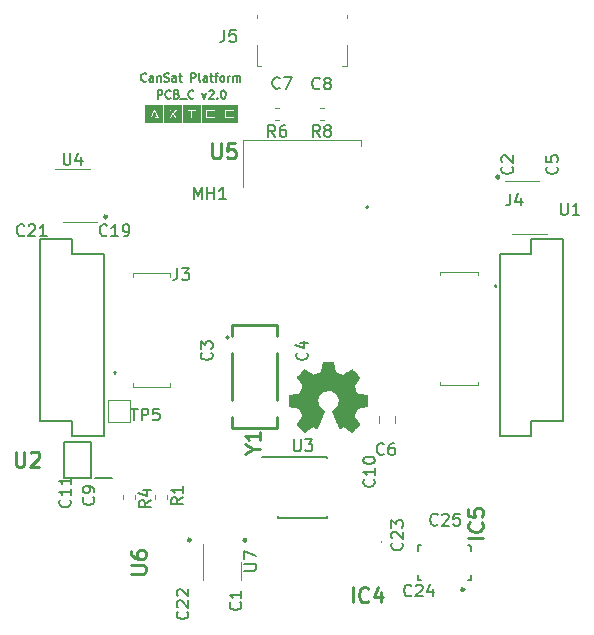
<source format=gbr>
G04 #@! TF.GenerationSoftware,KiCad,Pcbnew,(5.1.0)-1*
G04 #@! TF.CreationDate,2019-06-21T17:50:41-03:00*
G04 #@! TF.ProjectId,PCB_C,5043425f-432e-46b6-9963-61645f706362,rev?*
G04 #@! TF.SameCoordinates,Original*
G04 #@! TF.FileFunction,Legend,Top*
G04 #@! TF.FilePolarity,Positive*
%FSLAX46Y46*%
G04 Gerber Fmt 4.6, Leading zero omitted, Abs format (unit mm)*
G04 Created by KiCad (PCBNEW (5.1.0)-1) date 2019-06-21 17:50:41*
%MOMM*%
%LPD*%
G04 APERTURE LIST*
%ADD10C,0.300000*%
%ADD11C,0.175000*%
%ADD12C,0.010000*%
%ADD13C,0.120000*%
%ADD14C,0.150000*%
%ADD15C,0.200000*%
%ADD16C,0.250000*%
%ADD17C,0.100000*%
%ADD18C,0.254000*%
G04 APERTURE END LIST*
D10*
X-6532158Y-406400D02*
G75*
G03X-6532158Y-406400I-71842J0D01*
G01*
X26661284Y2946400D02*
G75*
G03X26661284Y2946400I-71842J0D01*
G01*
X5253442Y-27787600D02*
G75*
G03X5253442Y-27787600I-71842J0D01*
G01*
D11*
X-3173733Y11103800D02*
X-3207066Y11070466D01*
X-3307066Y11037133D01*
X-3373733Y11037133D01*
X-3473733Y11070466D01*
X-3540399Y11137133D01*
X-3573733Y11203800D01*
X-3607066Y11337133D01*
X-3607066Y11437133D01*
X-3573733Y11570466D01*
X-3540399Y11637133D01*
X-3473733Y11703800D01*
X-3373733Y11737133D01*
X-3307066Y11737133D01*
X-3207066Y11703800D01*
X-3173733Y11670466D01*
X-2573733Y11037133D02*
X-2573733Y11403800D01*
X-2607066Y11470466D01*
X-2673733Y11503800D01*
X-2807066Y11503800D01*
X-2873733Y11470466D01*
X-2573733Y11070466D02*
X-2640399Y11037133D01*
X-2807066Y11037133D01*
X-2873733Y11070466D01*
X-2907066Y11137133D01*
X-2907066Y11203800D01*
X-2873733Y11270466D01*
X-2807066Y11303800D01*
X-2640399Y11303800D01*
X-2573733Y11337133D01*
X-2240399Y11503800D02*
X-2240399Y11037133D01*
X-2240399Y11437133D02*
X-2207066Y11470466D01*
X-2140399Y11503800D01*
X-2040399Y11503800D01*
X-1973733Y11470466D01*
X-1940399Y11403800D01*
X-1940399Y11037133D01*
X-1640399Y11070466D02*
X-1540399Y11037133D01*
X-1373733Y11037133D01*
X-1307066Y11070466D01*
X-1273733Y11103800D01*
X-1240399Y11170466D01*
X-1240399Y11237133D01*
X-1273733Y11303800D01*
X-1307066Y11337133D01*
X-1373733Y11370466D01*
X-1507066Y11403800D01*
X-1573733Y11437133D01*
X-1607066Y11470466D01*
X-1640399Y11537133D01*
X-1640399Y11603800D01*
X-1607066Y11670466D01*
X-1573733Y11703800D01*
X-1507066Y11737133D01*
X-1340399Y11737133D01*
X-1240399Y11703800D01*
X-640399Y11037133D02*
X-640399Y11403800D01*
X-673733Y11470466D01*
X-740399Y11503800D01*
X-873733Y11503800D01*
X-940399Y11470466D01*
X-640399Y11070466D02*
X-707066Y11037133D01*
X-873733Y11037133D01*
X-940399Y11070466D01*
X-973733Y11137133D01*
X-973733Y11203800D01*
X-940399Y11270466D01*
X-873733Y11303800D01*
X-707066Y11303800D01*
X-640399Y11337133D01*
X-407066Y11503800D02*
X-140399Y11503800D01*
X-307066Y11737133D02*
X-307066Y11137133D01*
X-273733Y11070466D01*
X-207066Y11037133D01*
X-140399Y11037133D01*
X626266Y11037133D02*
X626266Y11737133D01*
X892933Y11737133D01*
X959600Y11703800D01*
X992933Y11670466D01*
X1026266Y11603800D01*
X1026266Y11503800D01*
X992933Y11437133D01*
X959600Y11403800D01*
X892933Y11370466D01*
X626266Y11370466D01*
X1426266Y11037133D02*
X1359600Y11070466D01*
X1326266Y11137133D01*
X1326266Y11737133D01*
X1992933Y11037133D02*
X1992933Y11403800D01*
X1959600Y11470466D01*
X1892933Y11503800D01*
X1759600Y11503800D01*
X1692933Y11470466D01*
X1992933Y11070466D02*
X1926266Y11037133D01*
X1759600Y11037133D01*
X1692933Y11070466D01*
X1659600Y11137133D01*
X1659600Y11203800D01*
X1692933Y11270466D01*
X1759600Y11303800D01*
X1926266Y11303800D01*
X1992933Y11337133D01*
X2226266Y11503800D02*
X2492933Y11503800D01*
X2326266Y11737133D02*
X2326266Y11137133D01*
X2359600Y11070466D01*
X2426266Y11037133D01*
X2492933Y11037133D01*
X2626266Y11503800D02*
X2892933Y11503800D01*
X2726266Y11037133D02*
X2726266Y11637133D01*
X2759600Y11703800D01*
X2826266Y11737133D01*
X2892933Y11737133D01*
X3226266Y11037133D02*
X3159600Y11070466D01*
X3126266Y11103800D01*
X3092933Y11170466D01*
X3092933Y11370466D01*
X3126266Y11437133D01*
X3159600Y11470466D01*
X3226266Y11503800D01*
X3326266Y11503800D01*
X3392933Y11470466D01*
X3426266Y11437133D01*
X3459600Y11370466D01*
X3459600Y11170466D01*
X3426266Y11103800D01*
X3392933Y11070466D01*
X3326266Y11037133D01*
X3226266Y11037133D01*
X3759600Y11037133D02*
X3759600Y11503800D01*
X3759600Y11370466D02*
X3792933Y11437133D01*
X3826266Y11470466D01*
X3892933Y11503800D01*
X3959600Y11503800D01*
X4192933Y11037133D02*
X4192933Y11503800D01*
X4192933Y11437133D02*
X4226266Y11470466D01*
X4292933Y11503800D01*
X4392933Y11503800D01*
X4459599Y11470466D01*
X4492933Y11403800D01*
X4492933Y11037133D01*
X4492933Y11403800D02*
X4526266Y11470466D01*
X4592933Y11503800D01*
X4692933Y11503800D01*
X4759599Y11470466D01*
X4792933Y11403800D01*
X4792933Y11037133D01*
X-2202666Y9601733D02*
X-2202666Y10301733D01*
X-1936000Y10301733D01*
X-1869333Y10268400D01*
X-1836000Y10235066D01*
X-1802666Y10168400D01*
X-1802666Y10068400D01*
X-1836000Y10001733D01*
X-1869333Y9968400D01*
X-1936000Y9935066D01*
X-2202666Y9935066D01*
X-1102666Y9668400D02*
X-1136000Y9635066D01*
X-1235999Y9601733D01*
X-1302666Y9601733D01*
X-1402666Y9635066D01*
X-1469333Y9701733D01*
X-1502666Y9768400D01*
X-1536000Y9901733D01*
X-1536000Y10001733D01*
X-1502666Y10135066D01*
X-1469333Y10201733D01*
X-1402666Y10268400D01*
X-1302666Y10301733D01*
X-1235999Y10301733D01*
X-1136000Y10268400D01*
X-1102666Y10235066D01*
X-569333Y9968400D02*
X-469333Y9935066D01*
X-435999Y9901733D01*
X-402666Y9835066D01*
X-402666Y9735066D01*
X-435999Y9668400D01*
X-469333Y9635066D01*
X-535999Y9601733D01*
X-802666Y9601733D01*
X-802666Y10301733D01*
X-569333Y10301733D01*
X-502666Y10268400D01*
X-469333Y10235066D01*
X-435999Y10168400D01*
X-435999Y10101733D01*
X-469333Y10035066D01*
X-502666Y10001733D01*
X-569333Y9968400D01*
X-802666Y9968400D01*
X-269333Y9535066D02*
X264000Y9535066D01*
X830666Y9668400D02*
X797333Y9635066D01*
X697333Y9601733D01*
X630666Y9601733D01*
X530666Y9635066D01*
X464000Y9701733D01*
X430666Y9768400D01*
X397333Y9901733D01*
X397333Y10001733D01*
X430666Y10135066D01*
X464000Y10201733D01*
X530666Y10268400D01*
X630666Y10301733D01*
X697333Y10301733D01*
X797333Y10268400D01*
X830666Y10235066D01*
X1597333Y10068400D02*
X1763999Y9601733D01*
X1930666Y10068400D01*
X2163999Y10235066D02*
X2197333Y10268400D01*
X2263999Y10301733D01*
X2430666Y10301733D01*
X2497333Y10268400D01*
X2530666Y10235066D01*
X2563999Y10168400D01*
X2563999Y10101733D01*
X2530666Y10001733D01*
X2130666Y9601733D01*
X2563999Y9601733D01*
X2864000Y9668400D02*
X2897333Y9635066D01*
X2864000Y9601733D01*
X2830666Y9635066D01*
X2864000Y9668400D01*
X2864000Y9601733D01*
X3330666Y10301733D02*
X3397333Y10301733D01*
X3463999Y10268400D01*
X3497333Y10235066D01*
X3530666Y10168400D01*
X3563999Y10035066D01*
X3563999Y9868400D01*
X3530666Y9735066D01*
X3497333Y9668400D01*
X3463999Y9635066D01*
X3397333Y9601733D01*
X3330666Y9601733D01*
X3263999Y9635066D01*
X3230666Y9668400D01*
X3197333Y9735066D01*
X3163999Y9868400D01*
X3163999Y10035066D01*
X3197333Y10168400D01*
X3230666Y10235066D01*
X3263999Y10268400D01*
X3330666Y10301733D01*
D12*
G36*
X12773214Y-13140731D02*
G01*
X12857035Y-13585355D01*
X13166320Y-13712853D01*
X13475606Y-13840351D01*
X13846646Y-13588046D01*
X13950557Y-13517796D01*
X14044487Y-13455072D01*
X14124052Y-13402738D01*
X14184870Y-13363657D01*
X14222557Y-13340693D01*
X14232821Y-13335742D01*
X14251310Y-13348476D01*
X14290820Y-13383682D01*
X14346922Y-13436862D01*
X14415187Y-13503518D01*
X14491186Y-13579154D01*
X14570492Y-13659272D01*
X14648675Y-13739374D01*
X14721307Y-13814964D01*
X14783959Y-13881545D01*
X14832203Y-13934618D01*
X14861610Y-13969687D01*
X14868641Y-13981423D01*
X14858523Y-14003060D01*
X14830159Y-14050462D01*
X14786529Y-14118993D01*
X14730618Y-14204015D01*
X14665406Y-14300893D01*
X14627619Y-14356150D01*
X14558743Y-14457048D01*
X14497540Y-14548099D01*
X14446978Y-14624770D01*
X14410028Y-14682528D01*
X14389658Y-14716843D01*
X14386597Y-14724054D01*
X14393536Y-14744548D01*
X14412451Y-14792313D01*
X14440487Y-14860632D01*
X14474791Y-14942789D01*
X14512509Y-15032070D01*
X14550787Y-15121758D01*
X14586770Y-15205138D01*
X14617606Y-15275494D01*
X14640439Y-15326110D01*
X14652417Y-15350271D01*
X14653124Y-15351222D01*
X14671931Y-15355836D01*
X14722018Y-15366128D01*
X14798193Y-15381087D01*
X14895265Y-15399701D01*
X15008043Y-15420959D01*
X15073842Y-15433218D01*
X15194350Y-15456162D01*
X15303197Y-15477995D01*
X15394876Y-15497522D01*
X15463881Y-15513548D01*
X15504704Y-15524879D01*
X15512911Y-15528474D01*
X15520948Y-15552806D01*
X15527433Y-15607759D01*
X15532370Y-15686908D01*
X15535764Y-15783826D01*
X15537618Y-15892087D01*
X15537938Y-16005265D01*
X15536727Y-16116935D01*
X15533990Y-16220668D01*
X15529731Y-16310041D01*
X15523955Y-16378626D01*
X15516667Y-16419997D01*
X15512295Y-16428610D01*
X15486164Y-16438933D01*
X15430793Y-16453692D01*
X15353507Y-16471152D01*
X15261630Y-16489580D01*
X15229558Y-16495541D01*
X15074924Y-16523866D01*
X14952775Y-16546676D01*
X14859073Y-16564880D01*
X14789784Y-16579383D01*
X14740871Y-16591092D01*
X14708297Y-16600915D01*
X14688028Y-16609756D01*
X14676026Y-16618524D01*
X14674347Y-16620257D01*
X14657584Y-16648171D01*
X14632014Y-16702495D01*
X14600188Y-16776577D01*
X14564660Y-16863765D01*
X14527983Y-16957408D01*
X14492711Y-17050852D01*
X14461396Y-17137447D01*
X14436593Y-17210540D01*
X14420854Y-17263478D01*
X14416732Y-17289611D01*
X14417076Y-17290526D01*
X14431041Y-17311886D01*
X14462722Y-17358884D01*
X14508791Y-17426627D01*
X14565918Y-17510223D01*
X14630773Y-17604782D01*
X14649243Y-17631654D01*
X14715099Y-17729075D01*
X14773050Y-17817963D01*
X14819938Y-17893212D01*
X14852607Y-17949720D01*
X14867900Y-17982381D01*
X14868641Y-17986393D01*
X14855792Y-18007484D01*
X14820288Y-18049264D01*
X14766693Y-18107245D01*
X14699571Y-18176935D01*
X14623487Y-18253845D01*
X14543004Y-18333483D01*
X14462687Y-18411361D01*
X14387099Y-18482986D01*
X14320805Y-18543870D01*
X14268369Y-18589521D01*
X14234355Y-18615450D01*
X14224945Y-18619683D01*
X14203043Y-18609712D01*
X14158200Y-18582820D01*
X14097721Y-18543536D01*
X14051189Y-18511917D01*
X13966875Y-18453898D01*
X13867026Y-18385584D01*
X13766873Y-18317379D01*
X13713027Y-18280875D01*
X13530771Y-18157600D01*
X13377781Y-18240320D01*
X13308082Y-18276559D01*
X13248814Y-18304726D01*
X13208711Y-18320791D01*
X13198503Y-18323026D01*
X13186229Y-18306522D01*
X13162013Y-18259882D01*
X13127663Y-18187409D01*
X13084988Y-18093406D01*
X13035794Y-17982174D01*
X12981890Y-17858015D01*
X12925084Y-17725232D01*
X12867182Y-17588127D01*
X12809993Y-17451002D01*
X12755324Y-17318158D01*
X12704984Y-17193898D01*
X12660780Y-17082525D01*
X12624519Y-16988339D01*
X12598009Y-16915644D01*
X12583058Y-16868741D01*
X12580654Y-16852633D01*
X12599711Y-16832086D01*
X12641436Y-16798733D01*
X12697106Y-16759502D01*
X12701778Y-16756399D01*
X12845664Y-16641223D01*
X12961683Y-16506853D01*
X13048830Y-16357584D01*
X13106099Y-16197713D01*
X13132486Y-16031537D01*
X13126985Y-15863352D01*
X13088590Y-15697455D01*
X13016295Y-15538142D01*
X12995026Y-15503287D01*
X12884396Y-15362537D01*
X12753702Y-15249514D01*
X12607464Y-15164803D01*
X12450208Y-15108994D01*
X12286457Y-15082674D01*
X12120733Y-15086430D01*
X11957562Y-15120850D01*
X11801465Y-15186523D01*
X11656967Y-15284035D01*
X11612269Y-15323613D01*
X11498512Y-15447503D01*
X11415618Y-15577924D01*
X11358756Y-15724115D01*
X11327087Y-15868888D01*
X11319269Y-16031660D01*
X11345338Y-16195240D01*
X11402645Y-16354098D01*
X11488544Y-16502706D01*
X11600386Y-16635535D01*
X11735523Y-16747056D01*
X11753283Y-16758811D01*
X11809550Y-16797308D01*
X11852323Y-16830663D01*
X11872772Y-16851960D01*
X11873069Y-16852633D01*
X11868679Y-16875671D01*
X11851276Y-16927957D01*
X11822668Y-17005190D01*
X11784665Y-17103068D01*
X11739074Y-17217291D01*
X11687703Y-17343558D01*
X11632362Y-17477567D01*
X11574858Y-17615018D01*
X11517001Y-17751608D01*
X11460598Y-17883037D01*
X11407458Y-18005005D01*
X11359390Y-18113209D01*
X11318201Y-18203349D01*
X11285701Y-18271123D01*
X11263697Y-18312230D01*
X11254836Y-18323026D01*
X11227760Y-18314619D01*
X11177097Y-18292072D01*
X11111583Y-18259413D01*
X11075559Y-18240320D01*
X10922568Y-18157600D01*
X10740312Y-18280875D01*
X10647275Y-18344028D01*
X10545415Y-18413527D01*
X10449962Y-18478965D01*
X10402150Y-18511917D01*
X10334905Y-18557073D01*
X10277964Y-18592857D01*
X10238754Y-18614738D01*
X10226019Y-18619363D01*
X10207483Y-18606885D01*
X10166459Y-18572052D01*
X10106925Y-18518478D01*
X10032858Y-18449783D01*
X9948235Y-18369581D01*
X9894715Y-18318086D01*
X9801081Y-18226086D01*
X9720159Y-18143799D01*
X9655223Y-18074745D01*
X9609542Y-18022444D01*
X9586389Y-17990416D01*
X9584168Y-17983916D01*
X9594476Y-17959194D01*
X9622961Y-17909205D01*
X9666463Y-17839012D01*
X9721823Y-17753675D01*
X9785880Y-17658256D01*
X9804097Y-17631654D01*
X9870473Y-17534967D01*
X9930022Y-17447917D01*
X9979416Y-17375395D01*
X10015325Y-17322293D01*
X10034419Y-17293503D01*
X10036264Y-17290526D01*
X10033505Y-17267582D01*
X10018862Y-17217136D01*
X9994887Y-17145841D01*
X9964134Y-17060347D01*
X9929156Y-16967307D01*
X9892507Y-16873374D01*
X9856739Y-16785199D01*
X9824406Y-16709434D01*
X9798062Y-16652731D01*
X9780258Y-16621743D01*
X9778993Y-16620257D01*
X9768106Y-16611401D01*
X9749718Y-16602643D01*
X9719794Y-16593077D01*
X9674297Y-16581796D01*
X9609191Y-16567893D01*
X9520439Y-16550463D01*
X9404007Y-16528598D01*
X9255858Y-16501391D01*
X9223782Y-16495541D01*
X9128714Y-16477174D01*
X9045835Y-16459205D01*
X8982470Y-16443369D01*
X8945942Y-16431400D01*
X8941044Y-16428610D01*
X8932973Y-16403872D01*
X8926413Y-16348590D01*
X8921367Y-16269189D01*
X8917841Y-16172096D01*
X8915839Y-16063738D01*
X8915364Y-15950540D01*
X8916423Y-15838928D01*
X8919018Y-15735329D01*
X8923154Y-15646168D01*
X8928837Y-15577872D01*
X8936069Y-15536866D01*
X8940429Y-15528474D01*
X8964702Y-15520008D01*
X9019974Y-15506235D01*
X9100738Y-15488350D01*
X9201488Y-15467548D01*
X9316717Y-15445023D01*
X9379498Y-15433218D01*
X9498613Y-15410951D01*
X9604835Y-15390779D01*
X9692973Y-15373715D01*
X9757834Y-15360769D01*
X9794226Y-15352955D01*
X9800216Y-15351222D01*
X9810339Y-15331690D01*
X9831738Y-15284643D01*
X9861561Y-15216803D01*
X9896955Y-15134891D01*
X9935068Y-15045628D01*
X9973047Y-14955735D01*
X10008040Y-14871935D01*
X10037194Y-14800947D01*
X10057657Y-14749494D01*
X10066577Y-14724297D01*
X10066743Y-14723196D01*
X10056631Y-14703319D01*
X10028283Y-14657577D01*
X9984677Y-14590517D01*
X9928794Y-14506684D01*
X9863613Y-14410626D01*
X9825721Y-14355450D01*
X9756675Y-14254281D01*
X9695350Y-14162430D01*
X9644737Y-14084544D01*
X9607829Y-14025269D01*
X9587618Y-13989251D01*
X9584699Y-13981177D01*
X9597247Y-13962384D01*
X9631937Y-13922257D01*
X9684337Y-13865293D01*
X9750016Y-13795985D01*
X9824544Y-13718831D01*
X9903487Y-13638325D01*
X9982417Y-13558963D01*
X10056900Y-13485240D01*
X10122506Y-13421652D01*
X10174804Y-13372694D01*
X10209361Y-13342861D01*
X10220922Y-13335742D01*
X10239746Y-13345753D01*
X10284769Y-13373878D01*
X10351613Y-13417254D01*
X10435901Y-13473018D01*
X10533256Y-13538306D01*
X10606693Y-13588046D01*
X10977733Y-13840351D01*
X11596305Y-13585355D01*
X11680125Y-13140731D01*
X11763946Y-12696107D01*
X12689394Y-12696107D01*
X12773214Y-13140731D01*
X12773214Y-13140731D01*
G37*
X12773214Y-13140731D02*
X12857035Y-13585355D01*
X13166320Y-13712853D01*
X13475606Y-13840351D01*
X13846646Y-13588046D01*
X13950557Y-13517796D01*
X14044487Y-13455072D01*
X14124052Y-13402738D01*
X14184870Y-13363657D01*
X14222557Y-13340693D01*
X14232821Y-13335742D01*
X14251310Y-13348476D01*
X14290820Y-13383682D01*
X14346922Y-13436862D01*
X14415187Y-13503518D01*
X14491186Y-13579154D01*
X14570492Y-13659272D01*
X14648675Y-13739374D01*
X14721307Y-13814964D01*
X14783959Y-13881545D01*
X14832203Y-13934618D01*
X14861610Y-13969687D01*
X14868641Y-13981423D01*
X14858523Y-14003060D01*
X14830159Y-14050462D01*
X14786529Y-14118993D01*
X14730618Y-14204015D01*
X14665406Y-14300893D01*
X14627619Y-14356150D01*
X14558743Y-14457048D01*
X14497540Y-14548099D01*
X14446978Y-14624770D01*
X14410028Y-14682528D01*
X14389658Y-14716843D01*
X14386597Y-14724054D01*
X14393536Y-14744548D01*
X14412451Y-14792313D01*
X14440487Y-14860632D01*
X14474791Y-14942789D01*
X14512509Y-15032070D01*
X14550787Y-15121758D01*
X14586770Y-15205138D01*
X14617606Y-15275494D01*
X14640439Y-15326110D01*
X14652417Y-15350271D01*
X14653124Y-15351222D01*
X14671931Y-15355836D01*
X14722018Y-15366128D01*
X14798193Y-15381087D01*
X14895265Y-15399701D01*
X15008043Y-15420959D01*
X15073842Y-15433218D01*
X15194350Y-15456162D01*
X15303197Y-15477995D01*
X15394876Y-15497522D01*
X15463881Y-15513548D01*
X15504704Y-15524879D01*
X15512911Y-15528474D01*
X15520948Y-15552806D01*
X15527433Y-15607759D01*
X15532370Y-15686908D01*
X15535764Y-15783826D01*
X15537618Y-15892087D01*
X15537938Y-16005265D01*
X15536727Y-16116935D01*
X15533990Y-16220668D01*
X15529731Y-16310041D01*
X15523955Y-16378626D01*
X15516667Y-16419997D01*
X15512295Y-16428610D01*
X15486164Y-16438933D01*
X15430793Y-16453692D01*
X15353507Y-16471152D01*
X15261630Y-16489580D01*
X15229558Y-16495541D01*
X15074924Y-16523866D01*
X14952775Y-16546676D01*
X14859073Y-16564880D01*
X14789784Y-16579383D01*
X14740871Y-16591092D01*
X14708297Y-16600915D01*
X14688028Y-16609756D01*
X14676026Y-16618524D01*
X14674347Y-16620257D01*
X14657584Y-16648171D01*
X14632014Y-16702495D01*
X14600188Y-16776577D01*
X14564660Y-16863765D01*
X14527983Y-16957408D01*
X14492711Y-17050852D01*
X14461396Y-17137447D01*
X14436593Y-17210540D01*
X14420854Y-17263478D01*
X14416732Y-17289611D01*
X14417076Y-17290526D01*
X14431041Y-17311886D01*
X14462722Y-17358884D01*
X14508791Y-17426627D01*
X14565918Y-17510223D01*
X14630773Y-17604782D01*
X14649243Y-17631654D01*
X14715099Y-17729075D01*
X14773050Y-17817963D01*
X14819938Y-17893212D01*
X14852607Y-17949720D01*
X14867900Y-17982381D01*
X14868641Y-17986393D01*
X14855792Y-18007484D01*
X14820288Y-18049264D01*
X14766693Y-18107245D01*
X14699571Y-18176935D01*
X14623487Y-18253845D01*
X14543004Y-18333483D01*
X14462687Y-18411361D01*
X14387099Y-18482986D01*
X14320805Y-18543870D01*
X14268369Y-18589521D01*
X14234355Y-18615450D01*
X14224945Y-18619683D01*
X14203043Y-18609712D01*
X14158200Y-18582820D01*
X14097721Y-18543536D01*
X14051189Y-18511917D01*
X13966875Y-18453898D01*
X13867026Y-18385584D01*
X13766873Y-18317379D01*
X13713027Y-18280875D01*
X13530771Y-18157600D01*
X13377781Y-18240320D01*
X13308082Y-18276559D01*
X13248814Y-18304726D01*
X13208711Y-18320791D01*
X13198503Y-18323026D01*
X13186229Y-18306522D01*
X13162013Y-18259882D01*
X13127663Y-18187409D01*
X13084988Y-18093406D01*
X13035794Y-17982174D01*
X12981890Y-17858015D01*
X12925084Y-17725232D01*
X12867182Y-17588127D01*
X12809993Y-17451002D01*
X12755324Y-17318158D01*
X12704984Y-17193898D01*
X12660780Y-17082525D01*
X12624519Y-16988339D01*
X12598009Y-16915644D01*
X12583058Y-16868741D01*
X12580654Y-16852633D01*
X12599711Y-16832086D01*
X12641436Y-16798733D01*
X12697106Y-16759502D01*
X12701778Y-16756399D01*
X12845664Y-16641223D01*
X12961683Y-16506853D01*
X13048830Y-16357584D01*
X13106099Y-16197713D01*
X13132486Y-16031537D01*
X13126985Y-15863352D01*
X13088590Y-15697455D01*
X13016295Y-15538142D01*
X12995026Y-15503287D01*
X12884396Y-15362537D01*
X12753702Y-15249514D01*
X12607464Y-15164803D01*
X12450208Y-15108994D01*
X12286457Y-15082674D01*
X12120733Y-15086430D01*
X11957562Y-15120850D01*
X11801465Y-15186523D01*
X11656967Y-15284035D01*
X11612269Y-15323613D01*
X11498512Y-15447503D01*
X11415618Y-15577924D01*
X11358756Y-15724115D01*
X11327087Y-15868888D01*
X11319269Y-16031660D01*
X11345338Y-16195240D01*
X11402645Y-16354098D01*
X11488544Y-16502706D01*
X11600386Y-16635535D01*
X11735523Y-16747056D01*
X11753283Y-16758811D01*
X11809550Y-16797308D01*
X11852323Y-16830663D01*
X11872772Y-16851960D01*
X11873069Y-16852633D01*
X11868679Y-16875671D01*
X11851276Y-16927957D01*
X11822668Y-17005190D01*
X11784665Y-17103068D01*
X11739074Y-17217291D01*
X11687703Y-17343558D01*
X11632362Y-17477567D01*
X11574858Y-17615018D01*
X11517001Y-17751608D01*
X11460598Y-17883037D01*
X11407458Y-18005005D01*
X11359390Y-18113209D01*
X11318201Y-18203349D01*
X11285701Y-18271123D01*
X11263697Y-18312230D01*
X11254836Y-18323026D01*
X11227760Y-18314619D01*
X11177097Y-18292072D01*
X11111583Y-18259413D01*
X11075559Y-18240320D01*
X10922568Y-18157600D01*
X10740312Y-18280875D01*
X10647275Y-18344028D01*
X10545415Y-18413527D01*
X10449962Y-18478965D01*
X10402150Y-18511917D01*
X10334905Y-18557073D01*
X10277964Y-18592857D01*
X10238754Y-18614738D01*
X10226019Y-18619363D01*
X10207483Y-18606885D01*
X10166459Y-18572052D01*
X10106925Y-18518478D01*
X10032858Y-18449783D01*
X9948235Y-18369581D01*
X9894715Y-18318086D01*
X9801081Y-18226086D01*
X9720159Y-18143799D01*
X9655223Y-18074745D01*
X9609542Y-18022444D01*
X9586389Y-17990416D01*
X9584168Y-17983916D01*
X9594476Y-17959194D01*
X9622961Y-17909205D01*
X9666463Y-17839012D01*
X9721823Y-17753675D01*
X9785880Y-17658256D01*
X9804097Y-17631654D01*
X9870473Y-17534967D01*
X9930022Y-17447917D01*
X9979416Y-17375395D01*
X10015325Y-17322293D01*
X10034419Y-17293503D01*
X10036264Y-17290526D01*
X10033505Y-17267582D01*
X10018862Y-17217136D01*
X9994887Y-17145841D01*
X9964134Y-17060347D01*
X9929156Y-16967307D01*
X9892507Y-16873374D01*
X9856739Y-16785199D01*
X9824406Y-16709434D01*
X9798062Y-16652731D01*
X9780258Y-16621743D01*
X9778993Y-16620257D01*
X9768106Y-16611401D01*
X9749718Y-16602643D01*
X9719794Y-16593077D01*
X9674297Y-16581796D01*
X9609191Y-16567893D01*
X9520439Y-16550463D01*
X9404007Y-16528598D01*
X9255858Y-16501391D01*
X9223782Y-16495541D01*
X9128714Y-16477174D01*
X9045835Y-16459205D01*
X8982470Y-16443369D01*
X8945942Y-16431400D01*
X8941044Y-16428610D01*
X8932973Y-16403872D01*
X8926413Y-16348590D01*
X8921367Y-16269189D01*
X8917841Y-16172096D01*
X8915839Y-16063738D01*
X8915364Y-15950540D01*
X8916423Y-15838928D01*
X8919018Y-15735329D01*
X8923154Y-15646168D01*
X8928837Y-15577872D01*
X8936069Y-15536866D01*
X8940429Y-15528474D01*
X8964702Y-15520008D01*
X9019974Y-15506235D01*
X9100738Y-15488350D01*
X9201488Y-15467548D01*
X9316717Y-15445023D01*
X9379498Y-15433218D01*
X9498613Y-15410951D01*
X9604835Y-15390779D01*
X9692973Y-15373715D01*
X9757834Y-15360769D01*
X9794226Y-15352955D01*
X9800216Y-15351222D01*
X9810339Y-15331690D01*
X9831738Y-15284643D01*
X9861561Y-15216803D01*
X9896955Y-15134891D01*
X9935068Y-15045628D01*
X9973047Y-14955735D01*
X10008040Y-14871935D01*
X10037194Y-14800947D01*
X10057657Y-14749494D01*
X10066577Y-14724297D01*
X10066743Y-14723196D01*
X10056631Y-14703319D01*
X10028283Y-14657577D01*
X9984677Y-14590517D01*
X9928794Y-14506684D01*
X9863613Y-14410626D01*
X9825721Y-14355450D01*
X9756675Y-14254281D01*
X9695350Y-14162430D01*
X9644737Y-14084544D01*
X9607829Y-14025269D01*
X9587618Y-13989251D01*
X9584699Y-13981177D01*
X9597247Y-13962384D01*
X9631937Y-13922257D01*
X9684337Y-13865293D01*
X9750016Y-13795985D01*
X9824544Y-13718831D01*
X9903487Y-13638325D01*
X9982417Y-13558963D01*
X10056900Y-13485240D01*
X10122506Y-13421652D01*
X10174804Y-13372694D01*
X10209361Y-13342861D01*
X10220922Y-13335742D01*
X10239746Y-13345753D01*
X10284769Y-13373878D01*
X10351613Y-13417254D01*
X10435901Y-13473018D01*
X10533256Y-13538306D01*
X10606693Y-13588046D01*
X10977733Y-13840351D01*
X11596305Y-13585355D01*
X11680125Y-13140731D01*
X11763946Y-12696107D01*
X12689394Y-12696107D01*
X12773214Y-13140731D01*
G36*
X4559300Y7620000D02*
G01*
X3124200Y7620000D01*
X3124200Y8724900D01*
X3441700Y8724900D01*
X3441700Y7937500D01*
X4229100Y7937500D01*
X4229100Y8089900D01*
X3594100Y8089900D01*
X3594100Y8572500D01*
X4229100Y8572500D01*
X4229100Y8724900D01*
X3441700Y8724900D01*
X3124200Y8724900D01*
X3124200Y9055100D01*
X4559300Y9055100D01*
X4559300Y7620000D01*
X4559300Y7620000D01*
G37*
X4559300Y7620000D02*
X3124200Y7620000D01*
X3124200Y8724900D01*
X3441700Y8724900D01*
X3441700Y7937500D01*
X4229100Y7937500D01*
X4229100Y8089900D01*
X3594100Y8089900D01*
X3594100Y8572500D01*
X4229100Y8572500D01*
X4229100Y8724900D01*
X3441700Y8724900D01*
X3124200Y8724900D01*
X3124200Y9055100D01*
X4559300Y9055100D01*
X4559300Y7620000D01*
G36*
X2971800Y7620000D02*
G01*
X1536700Y7620000D01*
X1536700Y8724900D01*
X1854200Y8724900D01*
X1854200Y7937500D01*
X2641600Y7937500D01*
X2641600Y8089900D01*
X2006600Y8089900D01*
X2006600Y8255000D01*
X2489200Y8255000D01*
X2489200Y8407400D01*
X2006600Y8407400D01*
X2006600Y8572500D01*
X2641600Y8572500D01*
X2641600Y8724900D01*
X1854200Y8724900D01*
X1536700Y8724900D01*
X1536700Y9055100D01*
X2971800Y9055100D01*
X2971800Y7620000D01*
X2971800Y7620000D01*
G37*
X2971800Y7620000D02*
X1536700Y7620000D01*
X1536700Y8724900D01*
X1854200Y8724900D01*
X1854200Y7937500D01*
X2641600Y7937500D01*
X2641600Y8089900D01*
X2006600Y8089900D01*
X2006600Y8255000D01*
X2489200Y8255000D01*
X2489200Y8407400D01*
X2006600Y8407400D01*
X2006600Y8572500D01*
X2641600Y8572500D01*
X2641600Y8724900D01*
X1854200Y8724900D01*
X1536700Y8724900D01*
X1536700Y9055100D01*
X2971800Y9055100D01*
X2971800Y7620000D01*
G36*
X1384300Y7620000D02*
G01*
X-50800Y7620000D01*
X-50800Y8724900D01*
X266700Y8724900D01*
X266700Y8572500D01*
X584200Y8572500D01*
X584200Y7937500D01*
X736600Y7937500D01*
X736600Y8572500D01*
X1054100Y8572500D01*
X1054100Y8724900D01*
X266700Y8724900D01*
X-50800Y8724900D01*
X-50800Y9055100D01*
X1384300Y9055100D01*
X1384300Y7620000D01*
X1384300Y7620000D01*
G37*
X1384300Y7620000D02*
X-50800Y7620000D01*
X-50800Y8724900D01*
X266700Y8724900D01*
X266700Y8572500D01*
X584200Y8572500D01*
X584200Y7937500D01*
X736600Y7937500D01*
X736600Y8572500D01*
X1054100Y8572500D01*
X1054100Y8724900D01*
X266700Y8724900D01*
X-50800Y8724900D01*
X-50800Y9055100D01*
X1384300Y9055100D01*
X1384300Y7620000D01*
G36*
X-203200Y7620000D02*
G01*
X-1638300Y7620000D01*
X-1638300Y7944868D01*
X-1300040Y7944868D01*
X-1284792Y7939904D01*
X-1249604Y7937752D01*
X-1221976Y7937500D01*
X-1132741Y7937500D01*
X-1033554Y8070850D01*
X-995929Y8120485D01*
X-963309Y8161740D01*
X-938813Y8190799D01*
X-925559Y8203846D01*
X-924581Y8204200D01*
X-913773Y8194562D01*
X-891164Y8168198D01*
X-859877Y8128936D01*
X-823037Y8080602D01*
X-816173Y8071390D01*
X-717550Y7938580D01*
X-631825Y7938040D01*
X-588887Y7938690D01*
X-558133Y7940912D01*
X-546105Y7944228D01*
X-546100Y7944299D01*
X-553376Y7956157D01*
X-573557Y7984837D01*
X-604179Y8026943D01*
X-642774Y8079077D01*
X-679912Y8128612D01*
X-724033Y8187660D01*
X-762884Y8240630D01*
X-793806Y8283819D01*
X-814142Y8313527D01*
X-821036Y8325186D01*
X-821060Y8333640D01*
X-815443Y8347911D01*
X-802809Y8369998D01*
X-781781Y8401900D01*
X-750981Y8445618D01*
X-709032Y8503150D01*
X-654558Y8576497D01*
X-586180Y8667658D01*
X-574162Y8683625D01*
X-543086Y8724900D01*
X-718468Y8724900D01*
X-817654Y8591550D01*
X-855141Y8541995D01*
X-887449Y8500870D01*
X-911509Y8471964D01*
X-924255Y8459068D01*
X-925146Y8458740D01*
X-935396Y8468575D01*
X-957535Y8495091D01*
X-988485Y8534452D01*
X-1025167Y8582816D01*
X-1032073Y8592090D01*
X-1130695Y8724900D01*
X-1213048Y8724900D01*
X-1255035Y8723944D01*
X-1284704Y8721442D01*
X-1295400Y8718102D01*
X-1288141Y8706218D01*
X-1268020Y8677534D01*
X-1237526Y8635487D01*
X-1199145Y8583513D01*
X-1164455Y8537127D01*
X-1120771Y8478842D01*
X-1082152Y8426980D01*
X-1051317Y8385215D01*
X-1030980Y8357223D01*
X-1024191Y8347375D01*
X-1028617Y8332424D01*
X-1047308Y8299884D01*
X-1078685Y8252021D01*
X-1121169Y8191099D01*
X-1173180Y8119384D01*
X-1233140Y8039139D01*
X-1298892Y7953375D01*
X-1300040Y7944868D01*
X-1638300Y7944868D01*
X-1638300Y9055100D01*
X-203200Y9055100D01*
X-203200Y7620000D01*
X-203200Y7620000D01*
G37*
X-203200Y7620000D02*
X-1638300Y7620000D01*
X-1638300Y7944868D01*
X-1300040Y7944868D01*
X-1284792Y7939904D01*
X-1249604Y7937752D01*
X-1221976Y7937500D01*
X-1132741Y7937500D01*
X-1033554Y8070850D01*
X-995929Y8120485D01*
X-963309Y8161740D01*
X-938813Y8190799D01*
X-925559Y8203846D01*
X-924581Y8204200D01*
X-913773Y8194562D01*
X-891164Y8168198D01*
X-859877Y8128936D01*
X-823037Y8080602D01*
X-816173Y8071390D01*
X-717550Y7938580D01*
X-631825Y7938040D01*
X-588887Y7938690D01*
X-558133Y7940912D01*
X-546105Y7944228D01*
X-546100Y7944299D01*
X-553376Y7956157D01*
X-573557Y7984837D01*
X-604179Y8026943D01*
X-642774Y8079077D01*
X-679912Y8128612D01*
X-724033Y8187660D01*
X-762884Y8240630D01*
X-793806Y8283819D01*
X-814142Y8313527D01*
X-821036Y8325186D01*
X-821060Y8333640D01*
X-815443Y8347911D01*
X-802809Y8369998D01*
X-781781Y8401900D01*
X-750981Y8445618D01*
X-709032Y8503150D01*
X-654558Y8576497D01*
X-586180Y8667658D01*
X-574162Y8683625D01*
X-543086Y8724900D01*
X-718468Y8724900D01*
X-817654Y8591550D01*
X-855141Y8541995D01*
X-887449Y8500870D01*
X-911509Y8471964D01*
X-924255Y8459068D01*
X-925146Y8458740D01*
X-935396Y8468575D01*
X-957535Y8495091D01*
X-988485Y8534452D01*
X-1025167Y8582816D01*
X-1032073Y8592090D01*
X-1130695Y8724900D01*
X-1213048Y8724900D01*
X-1255035Y8723944D01*
X-1284704Y8721442D01*
X-1295400Y8718102D01*
X-1288141Y8706218D01*
X-1268020Y8677534D01*
X-1237526Y8635487D01*
X-1199145Y8583513D01*
X-1164455Y8537127D01*
X-1120771Y8478842D01*
X-1082152Y8426980D01*
X-1051317Y8385215D01*
X-1030980Y8357223D01*
X-1024191Y8347375D01*
X-1028617Y8332424D01*
X-1047308Y8299884D01*
X-1078685Y8252021D01*
X-1121169Y8191099D01*
X-1173180Y8119384D01*
X-1233140Y8039139D01*
X-1298892Y7953375D01*
X-1300040Y7944868D01*
X-1638300Y7944868D01*
X-1638300Y9055100D01*
X-203200Y9055100D01*
X-203200Y7620000D01*
G36*
X-1790700Y7620000D02*
G01*
X-3225800Y7620000D01*
X-3225800Y7948963D01*
X-2893484Y7948963D01*
X-2884198Y7943111D01*
X-2855786Y7938980D01*
X-2816579Y7937500D01*
X-2735442Y7937500D01*
X-2628196Y8216681D01*
X-2597661Y8295297D01*
X-2569804Y8365366D01*
X-2545983Y8423602D01*
X-2527559Y8466721D01*
X-2515889Y8491437D01*
X-2512613Y8496081D01*
X-2505733Y8484932D01*
X-2491439Y8453962D01*
X-2471342Y8407091D01*
X-2447050Y8348243D01*
X-2420173Y8281337D01*
X-2392321Y8210296D01*
X-2365102Y8139042D01*
X-2355037Y8112125D01*
X-2353305Y8099855D01*
X-2363021Y8093135D01*
X-2389191Y8090360D01*
X-2424342Y8089900D01*
X-2501900Y8089900D01*
X-2501900Y7937500D01*
X-2123281Y7937500D01*
X-2435797Y8718550D01*
X-2510124Y8722060D01*
X-2584450Y8725570D01*
X-2736850Y8342997D01*
X-2773872Y8250038D01*
X-2807906Y8164531D01*
X-2837806Y8089361D01*
X-2862425Y8027415D01*
X-2880617Y7981578D01*
X-2891233Y7954735D01*
X-2893484Y7948963D01*
X-3225800Y7948963D01*
X-3225800Y9055100D01*
X-1790700Y9055100D01*
X-1790700Y7620000D01*
X-1790700Y7620000D01*
G37*
X-1790700Y7620000D02*
X-3225800Y7620000D01*
X-3225800Y7948963D01*
X-2893484Y7948963D01*
X-2884198Y7943111D01*
X-2855786Y7938980D01*
X-2816579Y7937500D01*
X-2735442Y7937500D01*
X-2628196Y8216681D01*
X-2597661Y8295297D01*
X-2569804Y8365366D01*
X-2545983Y8423602D01*
X-2527559Y8466721D01*
X-2515889Y8491437D01*
X-2512613Y8496081D01*
X-2505733Y8484932D01*
X-2491439Y8453962D01*
X-2471342Y8407091D01*
X-2447050Y8348243D01*
X-2420173Y8281337D01*
X-2392321Y8210296D01*
X-2365102Y8139042D01*
X-2355037Y8112125D01*
X-2353305Y8099855D01*
X-2363021Y8093135D01*
X-2389191Y8090360D01*
X-2424342Y8089900D01*
X-2501900Y8089900D01*
X-2501900Y7937500D01*
X-2123281Y7937500D01*
X-2435797Y8718550D01*
X-2510124Y8722060D01*
X-2584450Y8725570D01*
X-2736850Y8342997D01*
X-2773872Y8250038D01*
X-2807906Y8164531D01*
X-2837806Y8089361D01*
X-2862425Y8027415D01*
X-2880617Y7981578D01*
X-2891233Y7954735D01*
X-2893484Y7948963D01*
X-3225800Y7948963D01*
X-3225800Y9055100D01*
X-1790700Y9055100D01*
X-1790700Y7620000D01*
D13*
X13810000Y16646200D02*
X13810000Y16386200D01*
X13810000Y14106200D02*
X13810000Y12336200D01*
X13810000Y12336200D02*
X13430000Y12336200D01*
X6190000Y12336200D02*
X6190000Y14106200D01*
X6190000Y16386200D02*
X6190000Y16646200D01*
X6190000Y12336200D02*
X6570000Y12336200D01*
D14*
X8025000Y-20725000D02*
X8025000Y-20775000D01*
X12175000Y-20725000D02*
X12175000Y-20870000D01*
X12175000Y-25875000D02*
X12175000Y-25730000D01*
X8025000Y-25875000D02*
X8025000Y-25730000D01*
X8025000Y-20725000D02*
X12175000Y-20725000D01*
X8025000Y-25875000D02*
X12175000Y-25875000D01*
X8025000Y-20775000D02*
X6625000Y-20775000D01*
D13*
X17931200Y-17306548D02*
X17931200Y-17829052D01*
X16511200Y-17306548D02*
X16511200Y-17829052D01*
D15*
X16792000Y-27951000D02*
G75*
G03X16792000Y-27951000I-40000J0D01*
G01*
D16*
X23754000Y-31960000D02*
G75*
G03X23754000Y-31960000I-125000J0D01*
G01*
D15*
X19850000Y-31200000D02*
X19850000Y-30700000D01*
X20100000Y-31200000D02*
X19850000Y-31200000D01*
X19850000Y-28200000D02*
X19850000Y-28700000D01*
X20100000Y-28200000D02*
X19850000Y-28200000D01*
X24350000Y-31200000D02*
X24350000Y-30700000D01*
X24100000Y-31200000D02*
X24350000Y-31200000D01*
X24350000Y-28400000D02*
X24350000Y-28700000D01*
X24150000Y-28200000D02*
X24350000Y-28400000D01*
X24100000Y-28200000D02*
X24150000Y-28200000D01*
D14*
X29450000Y-3570000D02*
X29450000Y-2300000D01*
X29450000Y-18970000D02*
X29450000Y-17710000D01*
X32150000Y-17700000D02*
X32150000Y-2300000D01*
X29450000Y-17700000D02*
X32150000Y-17700000D01*
X32150000Y-2300000D02*
X29450000Y-2300000D01*
X26750000Y-18970000D02*
X29450000Y-18970000D01*
X29450000Y-3570000D02*
X26750000Y-3570000D01*
X26750000Y-3570000D02*
X26750000Y-18970000D01*
X-9450000Y-17700000D02*
X-9450000Y-18970000D01*
X-12150000Y-17700000D02*
X-9450000Y-17700000D01*
X-12150000Y-2300000D02*
X-12150000Y-17700000D01*
X-9450000Y-2300000D02*
X-12150000Y-2300000D01*
X-9450000Y-3570000D02*
X-9450000Y-2300000D01*
X-6750000Y-3570000D02*
X-9450000Y-3570000D01*
X-6750000Y-18970000D02*
X-6750000Y-3570000D01*
X-9450000Y-18970000D02*
X-6750000Y-18970000D01*
D13*
X-1440000Y-24271267D02*
X-1440000Y-23928733D01*
X-2460000Y-24271267D02*
X-2460000Y-23928733D01*
X-5160000Y-24271267D02*
X-5160000Y-23928733D01*
X-4140000Y-24271267D02*
X-4140000Y-23928733D01*
X8096267Y8810000D02*
X7753733Y8810000D01*
X8096267Y7790000D02*
X7753733Y7790000D01*
X11528733Y8810000D02*
X11871267Y8810000D01*
X11528733Y7790000D02*
X11871267Y7790000D01*
X27800000Y-1850000D02*
X30800000Y-1850000D01*
X30100000Y2650000D02*
X27200000Y2650000D01*
D15*
X-7850000Y-22500000D02*
X-10150000Y-22500000D01*
X-10150000Y-22500000D02*
X-10150000Y-19500000D01*
X-10150000Y-19500000D02*
X-7850000Y-19500000D01*
X-7850000Y-19500000D02*
X-7850000Y-22500000D01*
X-6100000Y-22550000D02*
X-7500000Y-22550000D01*
D13*
X-10200000Y-825000D02*
X-7300000Y-825000D01*
X-7900000Y3675000D02*
X-10900000Y3675000D01*
D15*
X15550000Y500000D02*
G75*
G02X15550000Y300000I0J-100000D01*
G01*
X15550000Y300000D02*
G75*
G02X15550000Y500000I0J100000D01*
G01*
D17*
X15000000Y6100000D02*
X15000000Y5600000D01*
X5000000Y6100000D02*
X15000000Y6100000D01*
X5000000Y2100000D02*
X5000000Y6100000D01*
D15*
X15550000Y300000D02*
X15550000Y300000D01*
X15550000Y500000D02*
X15550000Y500000D01*
D16*
X600000Y-27775000D02*
G75*
G03X600000Y-27775000I-125000J0D01*
G01*
D13*
X1640000Y-28150000D02*
X1640000Y-31150000D01*
X4860000Y-29650000D02*
X4860000Y-31150000D01*
D18*
X3785520Y-10644000D02*
G75*
G03X3785520Y-10644000I-65520J0D01*
G01*
X7900000Y-18300000D02*
X7900000Y-17372000D01*
X4100000Y-18300000D02*
X4100000Y-17372000D01*
X4100000Y-9600000D02*
X4100000Y-10528000D01*
X7900000Y-9600000D02*
X7900000Y-10528000D01*
X4100000Y-11950000D02*
X4100000Y-15950000D01*
X7900000Y-11950000D02*
X7900000Y-15950000D01*
X7900000Y-18300000D02*
X4100000Y-18300000D01*
X6000000Y-9600000D02*
X4100000Y-9600000D01*
X6000000Y-9600000D02*
X7900000Y-9600000D01*
D17*
X21727000Y-5061600D02*
X24927000Y-5061600D01*
X24927000Y-5061600D02*
X24927000Y-5361600D01*
D15*
X26427000Y-6161600D02*
X26427000Y-6161600D01*
D17*
X21727000Y-14661600D02*
X24927000Y-14661600D01*
D15*
X26427000Y-6361600D02*
X26427000Y-6361600D01*
X26427000Y-6161600D02*
G75*
G03X26427000Y-6361600I0J-100000D01*
G01*
D17*
X21727000Y-5361600D02*
X21727000Y-5061600D01*
X21727000Y-14361600D02*
X21727000Y-14661600D01*
D15*
X26427000Y-6361600D02*
G75*
G03X26427000Y-6161600I0J100000D01*
G01*
D17*
X24927000Y-14661600D02*
X24927000Y-14361600D01*
X-1125000Y-14796400D02*
X-4325000Y-14796400D01*
X-4325000Y-14796400D02*
X-4325000Y-14496400D01*
D15*
X-5825000Y-13696400D02*
X-5825000Y-13696400D01*
D17*
X-1125000Y-5196400D02*
X-4325000Y-5196400D01*
D15*
X-5825000Y-13496400D02*
X-5825000Y-13496400D01*
X-5825000Y-13696400D02*
G75*
G03X-5825000Y-13496400I0J100000D01*
G01*
D17*
X-1125000Y-14496400D02*
X-1125000Y-14796400D01*
X-1125000Y-5496400D02*
X-1125000Y-5196400D01*
D15*
X-5825000Y-13496400D02*
G75*
G03X-5825000Y-13696400I0J-100000D01*
G01*
D17*
X-4325000Y-5196400D02*
X-4325000Y-5496400D01*
D13*
X-6400000Y-15900000D02*
X-4500000Y-15900000D01*
X-4500000Y-15900000D02*
X-4500000Y-17800000D01*
X-4500000Y-17800000D02*
X-6400000Y-17800000D01*
X-6400000Y-17800000D02*
X-6400000Y-15900000D01*
D14*
X3451266Y15406619D02*
X3451266Y14692333D01*
X3403647Y14549476D01*
X3308409Y14454238D01*
X3165552Y14406619D01*
X3070314Y14406619D01*
X4403647Y15406619D02*
X3927457Y15406619D01*
X3879838Y14930428D01*
X3927457Y14978047D01*
X4022695Y15025666D01*
X4260790Y15025666D01*
X4356028Y14978047D01*
X4403647Y14930428D01*
X4451266Y14835190D01*
X4451266Y14597095D01*
X4403647Y14501857D01*
X4356028Y14454238D01*
X4260790Y14406619D01*
X4022695Y14406619D01*
X3927457Y14454238D01*
X3879838Y14501857D01*
X9338095Y-19252380D02*
X9338095Y-20061904D01*
X9385714Y-20157142D01*
X9433333Y-20204761D01*
X9528571Y-20252380D01*
X9719047Y-20252380D01*
X9814285Y-20204761D01*
X9861904Y-20157142D01*
X9909523Y-20061904D01*
X9909523Y-19252380D01*
X10290476Y-19252380D02*
X10909523Y-19252380D01*
X10576190Y-19633333D01*
X10719047Y-19633333D01*
X10814285Y-19680952D01*
X10861904Y-19728571D01*
X10909523Y-19823809D01*
X10909523Y-20061904D01*
X10861904Y-20157142D01*
X10814285Y-20204761D01*
X10719047Y-20252380D01*
X10433333Y-20252380D01*
X10338095Y-20204761D01*
X10290476Y-20157142D01*
X876466Y1097019D02*
X876466Y2097019D01*
X1209800Y1382733D01*
X1543133Y2097019D01*
X1543133Y1097019D01*
X2019323Y1097019D02*
X2019323Y2097019D01*
X2019323Y1620828D02*
X2590752Y1620828D01*
X2590752Y1097019D02*
X2590752Y2097019D01*
X3590752Y1097019D02*
X3019323Y1097019D01*
X3305038Y1097019D02*
X3305038Y2097019D01*
X3209800Y1954161D01*
X3114561Y1858923D01*
X3019323Y1811304D01*
X4807142Y-33066666D02*
X4854761Y-33114285D01*
X4902380Y-33257142D01*
X4902380Y-33352380D01*
X4854761Y-33495238D01*
X4759523Y-33590476D01*
X4664285Y-33638095D01*
X4473809Y-33685714D01*
X4330952Y-33685714D01*
X4140476Y-33638095D01*
X4045238Y-33590476D01*
X3950000Y-33495238D01*
X3902380Y-33352380D01*
X3902380Y-33257142D01*
X3950000Y-33114285D01*
X3997619Y-33066666D01*
X4902380Y-32114285D02*
X4902380Y-32685714D01*
X4902380Y-32400000D02*
X3902380Y-32400000D01*
X4045238Y-32495238D01*
X4140476Y-32590476D01*
X4188095Y-32685714D01*
X27807142Y3833333D02*
X27854761Y3785714D01*
X27902380Y3642857D01*
X27902380Y3547619D01*
X27854761Y3404761D01*
X27759523Y3309523D01*
X27664285Y3261904D01*
X27473809Y3214285D01*
X27330952Y3214285D01*
X27140476Y3261904D01*
X27045238Y3309523D01*
X26950000Y3404761D01*
X26902380Y3547619D01*
X26902380Y3642857D01*
X26950000Y3785714D01*
X26997619Y3833333D01*
X26997619Y4214285D02*
X26950000Y4261904D01*
X26902380Y4357142D01*
X26902380Y4595238D01*
X26950000Y4690476D01*
X26997619Y4738095D01*
X27092857Y4785714D01*
X27188095Y4785714D01*
X27330952Y4738095D01*
X27902380Y4166666D01*
X27902380Y4785714D01*
X2357142Y-11916666D02*
X2404761Y-11964285D01*
X2452380Y-12107142D01*
X2452380Y-12202380D01*
X2404761Y-12345238D01*
X2309523Y-12440476D01*
X2214285Y-12488095D01*
X2023809Y-12535714D01*
X1880952Y-12535714D01*
X1690476Y-12488095D01*
X1595238Y-12440476D01*
X1500000Y-12345238D01*
X1452380Y-12202380D01*
X1452380Y-12107142D01*
X1500000Y-11964285D01*
X1547619Y-11916666D01*
X1452380Y-11583333D02*
X1452380Y-10964285D01*
X1833333Y-11297619D01*
X1833333Y-11154761D01*
X1880952Y-11059523D01*
X1928571Y-11011904D01*
X2023809Y-10964285D01*
X2261904Y-10964285D01*
X2357142Y-11011904D01*
X2404761Y-11059523D01*
X2452380Y-11154761D01*
X2452380Y-11440476D01*
X2404761Y-11535714D01*
X2357142Y-11583333D01*
X10427142Y-11916666D02*
X10474761Y-11964285D01*
X10522380Y-12107142D01*
X10522380Y-12202380D01*
X10474761Y-12345238D01*
X10379523Y-12440476D01*
X10284285Y-12488095D01*
X10093809Y-12535714D01*
X9950952Y-12535714D01*
X9760476Y-12488095D01*
X9665238Y-12440476D01*
X9570000Y-12345238D01*
X9522380Y-12202380D01*
X9522380Y-12107142D01*
X9570000Y-11964285D01*
X9617619Y-11916666D01*
X9855714Y-11059523D02*
X10522380Y-11059523D01*
X9474761Y-11297619D02*
X10189047Y-11535714D01*
X10189047Y-10916666D01*
X31607142Y3833333D02*
X31654761Y3785714D01*
X31702380Y3642857D01*
X31702380Y3547619D01*
X31654761Y3404761D01*
X31559523Y3309523D01*
X31464285Y3261904D01*
X31273809Y3214285D01*
X31130952Y3214285D01*
X30940476Y3261904D01*
X30845238Y3309523D01*
X30750000Y3404761D01*
X30702380Y3547619D01*
X30702380Y3642857D01*
X30750000Y3785714D01*
X30797619Y3833333D01*
X30702380Y4738095D02*
X30702380Y4261904D01*
X31178571Y4214285D01*
X31130952Y4261904D01*
X31083333Y4357142D01*
X31083333Y4595238D01*
X31130952Y4690476D01*
X31178571Y4738095D01*
X31273809Y4785714D01*
X31511904Y4785714D01*
X31607142Y4738095D01*
X31654761Y4690476D01*
X31702380Y4595238D01*
X31702380Y4357142D01*
X31654761Y4261904D01*
X31607142Y4214285D01*
X16954533Y-20474942D02*
X16906914Y-20522561D01*
X16764057Y-20570180D01*
X16668819Y-20570180D01*
X16525961Y-20522561D01*
X16430723Y-20427323D01*
X16383104Y-20332085D01*
X16335485Y-20141609D01*
X16335485Y-19998752D01*
X16383104Y-19808276D01*
X16430723Y-19713038D01*
X16525961Y-19617800D01*
X16668819Y-19570180D01*
X16764057Y-19570180D01*
X16906914Y-19617800D01*
X16954533Y-19665419D01*
X17811676Y-19570180D02*
X17621200Y-19570180D01*
X17525961Y-19617800D01*
X17478342Y-19665419D01*
X17383104Y-19808276D01*
X17335485Y-19998752D01*
X17335485Y-20379704D01*
X17383104Y-20474942D01*
X17430723Y-20522561D01*
X17525961Y-20570180D01*
X17716438Y-20570180D01*
X17811676Y-20522561D01*
X17859295Y-20474942D01*
X17906914Y-20379704D01*
X17906914Y-20141609D01*
X17859295Y-20046371D01*
X17811676Y-19998752D01*
X17716438Y-19951133D01*
X17525961Y-19951133D01*
X17430723Y-19998752D01*
X17383104Y-20046371D01*
X17335485Y-20141609D01*
X8139133Y10514057D02*
X8091514Y10466438D01*
X7948657Y10418819D01*
X7853419Y10418819D01*
X7710561Y10466438D01*
X7615323Y10561676D01*
X7567704Y10656914D01*
X7520085Y10847390D01*
X7520085Y10990247D01*
X7567704Y11180723D01*
X7615323Y11275961D01*
X7710561Y11371200D01*
X7853419Y11418819D01*
X7948657Y11418819D01*
X8091514Y11371200D01*
X8139133Y11323580D01*
X8472466Y11418819D02*
X9139133Y11418819D01*
X8710561Y10418819D01*
X11517333Y10463257D02*
X11469714Y10415638D01*
X11326857Y10368019D01*
X11231619Y10368019D01*
X11088761Y10415638D01*
X10993523Y10510876D01*
X10945904Y10606114D01*
X10898285Y10796590D01*
X10898285Y10939447D01*
X10945904Y11129923D01*
X10993523Y11225161D01*
X11088761Y11320400D01*
X11231619Y11368019D01*
X11326857Y11368019D01*
X11469714Y11320400D01*
X11517333Y11272780D01*
X12088761Y10939447D02*
X11993523Y10987066D01*
X11945904Y11034685D01*
X11898285Y11129923D01*
X11898285Y11177542D01*
X11945904Y11272780D01*
X11993523Y11320400D01*
X12088761Y11368019D01*
X12279238Y11368019D01*
X12374476Y11320400D01*
X12422095Y11272780D01*
X12469714Y11177542D01*
X12469714Y11129923D01*
X12422095Y11034685D01*
X12374476Y10987066D01*
X12279238Y10939447D01*
X12088761Y10939447D01*
X11993523Y10891828D01*
X11945904Y10844209D01*
X11898285Y10748971D01*
X11898285Y10558495D01*
X11945904Y10463257D01*
X11993523Y10415638D01*
X12088761Y10368019D01*
X12279238Y10368019D01*
X12374476Y10415638D01*
X12422095Y10463257D01*
X12469714Y10558495D01*
X12469714Y10748971D01*
X12422095Y10844209D01*
X12374476Y10891828D01*
X12279238Y10939447D01*
X-7642857Y-24166666D02*
X-7595238Y-24214285D01*
X-7547619Y-24357142D01*
X-7547619Y-24452380D01*
X-7595238Y-24595238D01*
X-7690476Y-24690476D01*
X-7785714Y-24738095D01*
X-7976190Y-24785714D01*
X-8119047Y-24785714D01*
X-8309523Y-24738095D01*
X-8404761Y-24690476D01*
X-8500000Y-24595238D01*
X-8547619Y-24452380D01*
X-8547619Y-24357142D01*
X-8500000Y-24214285D01*
X-8452380Y-24166666D01*
X-7547619Y-23690476D02*
X-7547619Y-23500000D01*
X-7595238Y-23404761D01*
X-7642857Y-23357142D01*
X-7785714Y-23261904D01*
X-7976190Y-23214285D01*
X-8357142Y-23214285D01*
X-8452380Y-23261904D01*
X-8500000Y-23309523D01*
X-8547619Y-23404761D01*
X-8547619Y-23595238D01*
X-8500000Y-23690476D01*
X-8452380Y-23738095D01*
X-8357142Y-23785714D01*
X-8119047Y-23785714D01*
X-8023809Y-23738095D01*
X-7976190Y-23690476D01*
X-7928571Y-23595238D01*
X-7928571Y-23404761D01*
X-7976190Y-23309523D01*
X-8023809Y-23261904D01*
X-8119047Y-23214285D01*
X16107142Y-22642857D02*
X16154761Y-22690476D01*
X16202380Y-22833333D01*
X16202380Y-22928571D01*
X16154761Y-23071428D01*
X16059523Y-23166666D01*
X15964285Y-23214285D01*
X15773809Y-23261904D01*
X15630952Y-23261904D01*
X15440476Y-23214285D01*
X15345238Y-23166666D01*
X15250000Y-23071428D01*
X15202380Y-22928571D01*
X15202380Y-22833333D01*
X15250000Y-22690476D01*
X15297619Y-22642857D01*
X16202380Y-21690476D02*
X16202380Y-22261904D01*
X16202380Y-21976190D02*
X15202380Y-21976190D01*
X15345238Y-22071428D01*
X15440476Y-22166666D01*
X15488095Y-22261904D01*
X15202380Y-21071428D02*
X15202380Y-20976190D01*
X15250000Y-20880952D01*
X15297619Y-20833333D01*
X15392857Y-20785714D01*
X15583333Y-20738095D01*
X15821428Y-20738095D01*
X16011904Y-20785714D01*
X16107142Y-20833333D01*
X16154761Y-20880952D01*
X16202380Y-20976190D01*
X16202380Y-21071428D01*
X16154761Y-21166666D01*
X16107142Y-21214285D01*
X16011904Y-21261904D01*
X15821428Y-21309523D01*
X15583333Y-21309523D01*
X15392857Y-21261904D01*
X15297619Y-21214285D01*
X15250000Y-21166666D01*
X15202380Y-21071428D01*
X-9640775Y-24372146D02*
X-9593156Y-24419765D01*
X-9545537Y-24562622D01*
X-9545537Y-24657860D01*
X-9593156Y-24800717D01*
X-9688394Y-24895955D01*
X-9783632Y-24943574D01*
X-9974108Y-24991193D01*
X-10116965Y-24991193D01*
X-10307441Y-24943574D01*
X-10402679Y-24895955D01*
X-10497918Y-24800717D01*
X-10545537Y-24657860D01*
X-10545537Y-24562622D01*
X-10497918Y-24419765D01*
X-10450298Y-24372146D01*
X-9545537Y-23419765D02*
X-9545537Y-23991193D01*
X-9545537Y-23705479D02*
X-10545537Y-23705479D01*
X-10402679Y-23800717D01*
X-10307441Y-23895955D01*
X-10259822Y-23991193D01*
X-9545537Y-22467384D02*
X-9545537Y-23038812D01*
X-9545537Y-22753098D02*
X-10545537Y-22753098D01*
X-10402679Y-22848336D01*
X-10307441Y-22943574D01*
X-10259822Y-23038812D01*
X-6492857Y-1957142D02*
X-6540476Y-2004761D01*
X-6683333Y-2052380D01*
X-6778571Y-2052380D01*
X-6921428Y-2004761D01*
X-7016666Y-1909523D01*
X-7064285Y-1814285D01*
X-7111904Y-1623809D01*
X-7111904Y-1480952D01*
X-7064285Y-1290476D01*
X-7016666Y-1195238D01*
X-6921428Y-1100000D01*
X-6778571Y-1052380D01*
X-6683333Y-1052380D01*
X-6540476Y-1100000D01*
X-6492857Y-1147619D01*
X-5540476Y-2052380D02*
X-6111904Y-2052380D01*
X-5826190Y-2052380D02*
X-5826190Y-1052380D01*
X-5921428Y-1195238D01*
X-6016666Y-1290476D01*
X-6111904Y-1338095D01*
X-5064285Y-2052380D02*
X-4873809Y-2052380D01*
X-4778571Y-2004761D01*
X-4730952Y-1957142D01*
X-4635714Y-1814285D01*
X-4588095Y-1623809D01*
X-4588095Y-1242857D01*
X-4635714Y-1147619D01*
X-4683333Y-1100000D01*
X-4778571Y-1052380D01*
X-4969047Y-1052380D01*
X-5064285Y-1100000D01*
X-5111904Y-1147619D01*
X-5159523Y-1242857D01*
X-5159523Y-1480952D01*
X-5111904Y-1576190D01*
X-5064285Y-1623809D01*
X-4969047Y-1671428D01*
X-4778571Y-1671428D01*
X-4683333Y-1623809D01*
X-4635714Y-1576190D01*
X-4588095Y-1480952D01*
X-13492857Y-1957142D02*
X-13540476Y-2004761D01*
X-13683333Y-2052380D01*
X-13778571Y-2052380D01*
X-13921428Y-2004761D01*
X-14016666Y-1909523D01*
X-14064285Y-1814285D01*
X-14111904Y-1623809D01*
X-14111904Y-1480952D01*
X-14064285Y-1290476D01*
X-14016666Y-1195238D01*
X-13921428Y-1100000D01*
X-13778571Y-1052380D01*
X-13683333Y-1052380D01*
X-13540476Y-1100000D01*
X-13492857Y-1147619D01*
X-13111904Y-1147619D02*
X-13064285Y-1100000D01*
X-12969047Y-1052380D01*
X-12730952Y-1052380D01*
X-12635714Y-1100000D01*
X-12588095Y-1147619D01*
X-12540476Y-1242857D01*
X-12540476Y-1338095D01*
X-12588095Y-1480952D01*
X-13159523Y-2052380D01*
X-12540476Y-2052380D01*
X-11588095Y-2052380D02*
X-12159523Y-2052380D01*
X-11873809Y-2052380D02*
X-11873809Y-1052380D01*
X-11969047Y-1195238D01*
X-12064285Y-1290476D01*
X-12159523Y-1338095D01*
X307142Y-33842857D02*
X354761Y-33890476D01*
X402380Y-34033333D01*
X402380Y-34128571D01*
X354761Y-34271428D01*
X259523Y-34366666D01*
X164285Y-34414285D01*
X-26190Y-34461904D01*
X-169047Y-34461904D01*
X-359523Y-34414285D01*
X-454761Y-34366666D01*
X-550000Y-34271428D01*
X-597619Y-34128571D01*
X-597619Y-34033333D01*
X-550000Y-33890476D01*
X-502380Y-33842857D01*
X-502380Y-33461904D02*
X-550000Y-33414285D01*
X-597619Y-33319047D01*
X-597619Y-33080952D01*
X-550000Y-32985714D01*
X-502380Y-32938095D01*
X-407142Y-32890476D01*
X-311904Y-32890476D01*
X-169047Y-32938095D01*
X402380Y-33509523D01*
X402380Y-32890476D01*
X-502380Y-32509523D02*
X-550000Y-32461904D01*
X-597619Y-32366666D01*
X-597619Y-32128571D01*
X-550000Y-32033333D01*
X-502380Y-31985714D01*
X-407142Y-31938095D01*
X-311904Y-31938095D01*
X-169047Y-31985714D01*
X402380Y-32557142D01*
X402380Y-31938095D01*
X18482142Y-28017857D02*
X18529761Y-28065476D01*
X18577380Y-28208333D01*
X18577380Y-28303571D01*
X18529761Y-28446428D01*
X18434523Y-28541666D01*
X18339285Y-28589285D01*
X18148809Y-28636904D01*
X18005952Y-28636904D01*
X17815476Y-28589285D01*
X17720238Y-28541666D01*
X17625000Y-28446428D01*
X17577380Y-28303571D01*
X17577380Y-28208333D01*
X17625000Y-28065476D01*
X17672619Y-28017857D01*
X17672619Y-27636904D02*
X17625000Y-27589285D01*
X17577380Y-27494047D01*
X17577380Y-27255952D01*
X17625000Y-27160714D01*
X17672619Y-27113095D01*
X17767857Y-27065476D01*
X17863095Y-27065476D01*
X18005952Y-27113095D01*
X18577380Y-27684523D01*
X18577380Y-27065476D01*
X17577380Y-26732142D02*
X17577380Y-26113095D01*
X17958333Y-26446428D01*
X17958333Y-26303571D01*
X18005952Y-26208333D01*
X18053571Y-26160714D01*
X18148809Y-26113095D01*
X18386904Y-26113095D01*
X18482142Y-26160714D01*
X18529761Y-26208333D01*
X18577380Y-26303571D01*
X18577380Y-26589285D01*
X18529761Y-26684523D01*
X18482142Y-26732142D01*
X19282142Y-32457142D02*
X19234523Y-32504761D01*
X19091666Y-32552380D01*
X18996428Y-32552380D01*
X18853571Y-32504761D01*
X18758333Y-32409523D01*
X18710714Y-32314285D01*
X18663095Y-32123809D01*
X18663095Y-31980952D01*
X18710714Y-31790476D01*
X18758333Y-31695238D01*
X18853571Y-31600000D01*
X18996428Y-31552380D01*
X19091666Y-31552380D01*
X19234523Y-31600000D01*
X19282142Y-31647619D01*
X19663095Y-31647619D02*
X19710714Y-31600000D01*
X19805952Y-31552380D01*
X20044047Y-31552380D01*
X20139285Y-31600000D01*
X20186904Y-31647619D01*
X20234523Y-31742857D01*
X20234523Y-31838095D01*
X20186904Y-31980952D01*
X19615476Y-32552380D01*
X20234523Y-32552380D01*
X21091666Y-31885714D02*
X21091666Y-32552380D01*
X20853571Y-31504761D02*
X20615476Y-32219047D01*
X21234523Y-32219047D01*
X21507142Y-26457142D02*
X21459523Y-26504761D01*
X21316666Y-26552380D01*
X21221428Y-26552380D01*
X21078571Y-26504761D01*
X20983333Y-26409523D01*
X20935714Y-26314285D01*
X20888095Y-26123809D01*
X20888095Y-25980952D01*
X20935714Y-25790476D01*
X20983333Y-25695238D01*
X21078571Y-25600000D01*
X21221428Y-25552380D01*
X21316666Y-25552380D01*
X21459523Y-25600000D01*
X21507142Y-25647619D01*
X21888095Y-25647619D02*
X21935714Y-25600000D01*
X22030952Y-25552380D01*
X22269047Y-25552380D01*
X22364285Y-25600000D01*
X22411904Y-25647619D01*
X22459523Y-25742857D01*
X22459523Y-25838095D01*
X22411904Y-25980952D01*
X21840476Y-26552380D01*
X22459523Y-26552380D01*
X23364285Y-25552380D02*
X22888095Y-25552380D01*
X22840476Y-26028571D01*
X22888095Y-25980952D01*
X22983333Y-25933333D01*
X23221428Y-25933333D01*
X23316666Y-25980952D01*
X23364285Y-26028571D01*
X23411904Y-26123809D01*
X23411904Y-26361904D01*
X23364285Y-26457142D01*
X23316666Y-26504761D01*
X23221428Y-26552380D01*
X22983333Y-26552380D01*
X22888095Y-26504761D01*
X22840476Y-26457142D01*
D18*
X14310238Y-33049523D02*
X14310238Y-31779523D01*
X15640714Y-32928571D02*
X15580238Y-32989047D01*
X15398809Y-33049523D01*
X15277857Y-33049523D01*
X15096428Y-32989047D01*
X14975476Y-32868095D01*
X14914999Y-32747142D01*
X14854523Y-32505238D01*
X14854523Y-32323809D01*
X14914999Y-32081904D01*
X14975476Y-31960952D01*
X15096428Y-31840000D01*
X15277857Y-31779523D01*
X15398809Y-31779523D01*
X15580238Y-31840000D01*
X15640714Y-31900476D01*
X16729285Y-32202857D02*
X16729285Y-33049523D01*
X16426904Y-31719047D02*
X16124523Y-32626190D01*
X16910714Y-32626190D01*
X25364923Y-27604961D02*
X24094923Y-27604961D01*
X25243971Y-26274485D02*
X25304447Y-26334961D01*
X25364923Y-26516390D01*
X25364923Y-26637342D01*
X25304447Y-26818771D01*
X25183495Y-26939723D01*
X25062542Y-27000200D01*
X24820638Y-27060676D01*
X24639209Y-27060676D01*
X24397304Y-27000200D01*
X24276352Y-26939723D01*
X24155400Y-26818771D01*
X24094923Y-26637342D01*
X24094923Y-26516390D01*
X24155400Y-26334961D01*
X24215876Y-26274485D01*
X24094923Y-25125438D02*
X24094923Y-25730200D01*
X24699685Y-25790676D01*
X24639209Y-25730200D01*
X24578733Y-25609247D01*
X24578733Y-25306866D01*
X24639209Y-25185914D01*
X24699685Y-25125438D01*
X24820638Y-25064961D01*
X25123019Y-25064961D01*
X25243971Y-25125438D01*
X25304447Y-25185914D01*
X25364923Y-25306866D01*
X25364923Y-25609247D01*
X25304447Y-25730200D01*
X25243971Y-25790676D01*
D14*
X27666666Y1547619D02*
X27666666Y833333D01*
X27619047Y690476D01*
X27523809Y595238D01*
X27380952Y547619D01*
X27285714Y547619D01*
X28571428Y1214285D02*
X28571428Y547619D01*
X28333333Y1595238D02*
X28095238Y880952D01*
X28714285Y880952D01*
X-47619Y-24166666D02*
X-523809Y-24500000D01*
X-47619Y-24738095D02*
X-1047619Y-24738095D01*
X-1047619Y-24357142D01*
X-1000000Y-24261904D01*
X-952380Y-24214285D01*
X-857142Y-24166666D01*
X-714285Y-24166666D01*
X-619047Y-24214285D01*
X-571428Y-24261904D01*
X-523809Y-24357142D01*
X-523809Y-24738095D01*
X-47619Y-23214285D02*
X-47619Y-23785714D01*
X-47619Y-23500000D02*
X-1047619Y-23500000D01*
X-904761Y-23595238D01*
X-809523Y-23690476D01*
X-761904Y-23785714D01*
X-2797619Y-24416666D02*
X-3273809Y-24750000D01*
X-2797619Y-24988095D02*
X-3797619Y-24988095D01*
X-3797619Y-24607142D01*
X-3750000Y-24511904D01*
X-3702380Y-24464285D01*
X-3607142Y-24416666D01*
X-3464285Y-24416666D01*
X-3369047Y-24464285D01*
X-3321428Y-24511904D01*
X-3273809Y-24607142D01*
X-3273809Y-24988095D01*
X-3464285Y-23559523D02*
X-2797619Y-23559523D01*
X-3845238Y-23797619D02*
X-3130952Y-24035714D01*
X-3130952Y-23416666D01*
X7758333Y6347619D02*
X7425000Y6823809D01*
X7186904Y6347619D02*
X7186904Y7347619D01*
X7567857Y7347619D01*
X7663095Y7300000D01*
X7710714Y7252380D01*
X7758333Y7157142D01*
X7758333Y7014285D01*
X7710714Y6919047D01*
X7663095Y6871428D01*
X7567857Y6823809D01*
X7186904Y6823809D01*
X8615476Y7347619D02*
X8425000Y7347619D01*
X8329761Y7300000D01*
X8282142Y7252380D01*
X8186904Y7109523D01*
X8139285Y6919047D01*
X8139285Y6538095D01*
X8186904Y6442857D01*
X8234523Y6395238D01*
X8329761Y6347619D01*
X8520238Y6347619D01*
X8615476Y6395238D01*
X8663095Y6442857D01*
X8710714Y6538095D01*
X8710714Y6776190D01*
X8663095Y6871428D01*
X8615476Y6919047D01*
X8520238Y6966666D01*
X8329761Y6966666D01*
X8234523Y6919047D01*
X8186904Y6871428D01*
X8139285Y6776190D01*
X11533333Y6347619D02*
X11200000Y6823809D01*
X10961904Y6347619D02*
X10961904Y7347619D01*
X11342857Y7347619D01*
X11438095Y7300000D01*
X11485714Y7252380D01*
X11533333Y7157142D01*
X11533333Y7014285D01*
X11485714Y6919047D01*
X11438095Y6871428D01*
X11342857Y6823809D01*
X10961904Y6823809D01*
X12104761Y6919047D02*
X12009523Y6966666D01*
X11961904Y7014285D01*
X11914285Y7109523D01*
X11914285Y7157142D01*
X11961904Y7252380D01*
X12009523Y7300000D01*
X12104761Y7347619D01*
X12295238Y7347619D01*
X12390476Y7300000D01*
X12438095Y7252380D01*
X12485714Y7157142D01*
X12485714Y7109523D01*
X12438095Y7014285D01*
X12390476Y6966666D01*
X12295238Y6919047D01*
X12104761Y6919047D01*
X12009523Y6871428D01*
X11961904Y6823809D01*
X11914285Y6728571D01*
X11914285Y6538095D01*
X11961904Y6442857D01*
X12009523Y6395238D01*
X12104761Y6347619D01*
X12295238Y6347619D01*
X12390476Y6395238D01*
X12438095Y6442857D01*
X12485714Y6538095D01*
X12485714Y6728571D01*
X12438095Y6823809D01*
X12390476Y6871428D01*
X12295238Y6919047D01*
X31938095Y747619D02*
X31938095Y-61904D01*
X31985714Y-157142D01*
X32033333Y-204761D01*
X32128571Y-252380D01*
X32319047Y-252380D01*
X32414285Y-204761D01*
X32461904Y-157142D01*
X32509523Y-61904D01*
X32509523Y747619D01*
X33509523Y-252380D02*
X32938095Y-252380D01*
X33223809Y-252380D02*
X33223809Y747619D01*
X33128571Y604761D01*
X33033333Y509523D01*
X32938095Y461904D01*
D18*
X-14217619Y-20304523D02*
X-14217619Y-21332619D01*
X-14157142Y-21453571D01*
X-14096666Y-21514047D01*
X-13975714Y-21574523D01*
X-13733809Y-21574523D01*
X-13612857Y-21514047D01*
X-13552380Y-21453571D01*
X-13491904Y-21332619D01*
X-13491904Y-20304523D01*
X-12947619Y-20425476D02*
X-12887142Y-20365000D01*
X-12766190Y-20304523D01*
X-12463809Y-20304523D01*
X-12342857Y-20365000D01*
X-12282380Y-20425476D01*
X-12221904Y-20546428D01*
X-12221904Y-20667380D01*
X-12282380Y-20848809D01*
X-13008095Y-21574523D01*
X-12221904Y-21574523D01*
D14*
X-10161904Y4972619D02*
X-10161904Y4163095D01*
X-10114285Y4067857D01*
X-10066666Y4020238D01*
X-9971428Y3972619D01*
X-9780952Y3972619D01*
X-9685714Y4020238D01*
X-9638095Y4067857D01*
X-9590476Y4163095D01*
X-9590476Y4972619D01*
X-8685714Y4639285D02*
X-8685714Y3972619D01*
X-8923809Y5020238D02*
X-9161904Y4305952D01*
X-8542857Y4305952D01*
D18*
X2432380Y5795476D02*
X2432380Y4767380D01*
X2492857Y4646428D01*
X2553333Y4585952D01*
X2674285Y4525476D01*
X2916190Y4525476D01*
X3037142Y4585952D01*
X3097619Y4646428D01*
X3158095Y4767380D01*
X3158095Y5795476D01*
X4367619Y5795476D02*
X3762857Y5795476D01*
X3702380Y5190714D01*
X3762857Y5251190D01*
X3883809Y5311666D01*
X4186190Y5311666D01*
X4307142Y5251190D01*
X4367619Y5190714D01*
X4428095Y5069761D01*
X4428095Y4767380D01*
X4367619Y4646428D01*
X4307142Y4585952D01*
X4186190Y4525476D01*
X3883809Y4525476D01*
X3762857Y4585952D01*
X3702380Y4646428D01*
X-4445476Y-30617619D02*
X-3417380Y-30617619D01*
X-3296428Y-30557142D01*
X-3235952Y-30496666D01*
X-3175476Y-30375714D01*
X-3175476Y-30133809D01*
X-3235952Y-30012857D01*
X-3296428Y-29952380D01*
X-3417380Y-29891904D01*
X-4445476Y-29891904D01*
X-4445476Y-28742857D02*
X-4445476Y-28984761D01*
X-4385000Y-29105714D01*
X-4324523Y-29166190D01*
X-4143095Y-29287142D01*
X-3901190Y-29347619D01*
X-3417380Y-29347619D01*
X-3296428Y-29287142D01*
X-3235952Y-29226666D01*
X-3175476Y-29105714D01*
X-3175476Y-28863809D01*
X-3235952Y-28742857D01*
X-3296428Y-28682380D01*
X-3417380Y-28621904D01*
X-3719761Y-28621904D01*
X-3840714Y-28682380D01*
X-3901190Y-28742857D01*
X-3961666Y-28863809D01*
X-3961666Y-29105714D01*
X-3901190Y-29226666D01*
X-3840714Y-29287142D01*
X-3719761Y-29347619D01*
D14*
X5152380Y-30361904D02*
X5961904Y-30361904D01*
X6057142Y-30314285D01*
X6104761Y-30266666D01*
X6152380Y-30171428D01*
X6152380Y-29980952D01*
X6104761Y-29885714D01*
X6057142Y-29838095D01*
X5961904Y-29790476D01*
X5152380Y-29790476D01*
X5152380Y-29409523D02*
X5152380Y-28742857D01*
X6152380Y-29171428D01*
D18*
X5845761Y-20104761D02*
X6450523Y-20104761D01*
X5180523Y-20528095D02*
X5845761Y-20104761D01*
X5180523Y-19681428D01*
X6450523Y-18592857D02*
X6450523Y-19318571D01*
X6450523Y-18955714D02*
X5180523Y-18955714D01*
X5361952Y-19076666D01*
X5482904Y-19197619D01*
X5543380Y-19318571D01*
D14*
X-533333Y-4752380D02*
X-533333Y-5466666D01*
X-580952Y-5609523D01*
X-676190Y-5704761D01*
X-819047Y-5752380D01*
X-914285Y-5752380D01*
X-152380Y-4752380D02*
X466666Y-4752380D01*
X133333Y-5133333D01*
X276190Y-5133333D01*
X371428Y-5180952D01*
X419047Y-5228571D01*
X466666Y-5323809D01*
X466666Y-5561904D01*
X419047Y-5657142D01*
X371428Y-5704761D01*
X276190Y-5752380D01*
X-9523Y-5752380D01*
X-104761Y-5704761D01*
X-152380Y-5657142D01*
X-4461904Y-16652380D02*
X-3890476Y-16652380D01*
X-4176190Y-17652380D02*
X-4176190Y-16652380D01*
X-3557142Y-17652380D02*
X-3557142Y-16652380D01*
X-3176190Y-16652380D01*
X-3080952Y-16700000D01*
X-3033333Y-16747619D01*
X-2985714Y-16842857D01*
X-2985714Y-16985714D01*
X-3033333Y-17080952D01*
X-3080952Y-17128571D01*
X-3176190Y-17176190D01*
X-3557142Y-17176190D01*
X-2080952Y-16652380D02*
X-2557142Y-16652380D01*
X-2604761Y-17128571D01*
X-2557142Y-17080952D01*
X-2461904Y-17033333D01*
X-2223809Y-17033333D01*
X-2128571Y-17080952D01*
X-2080952Y-17128571D01*
X-2033333Y-17223809D01*
X-2033333Y-17461904D01*
X-2080952Y-17557142D01*
X-2128571Y-17604761D01*
X-2223809Y-17652380D01*
X-2461904Y-17652380D01*
X-2557142Y-17604761D01*
X-2604761Y-17557142D01*
M02*

</source>
